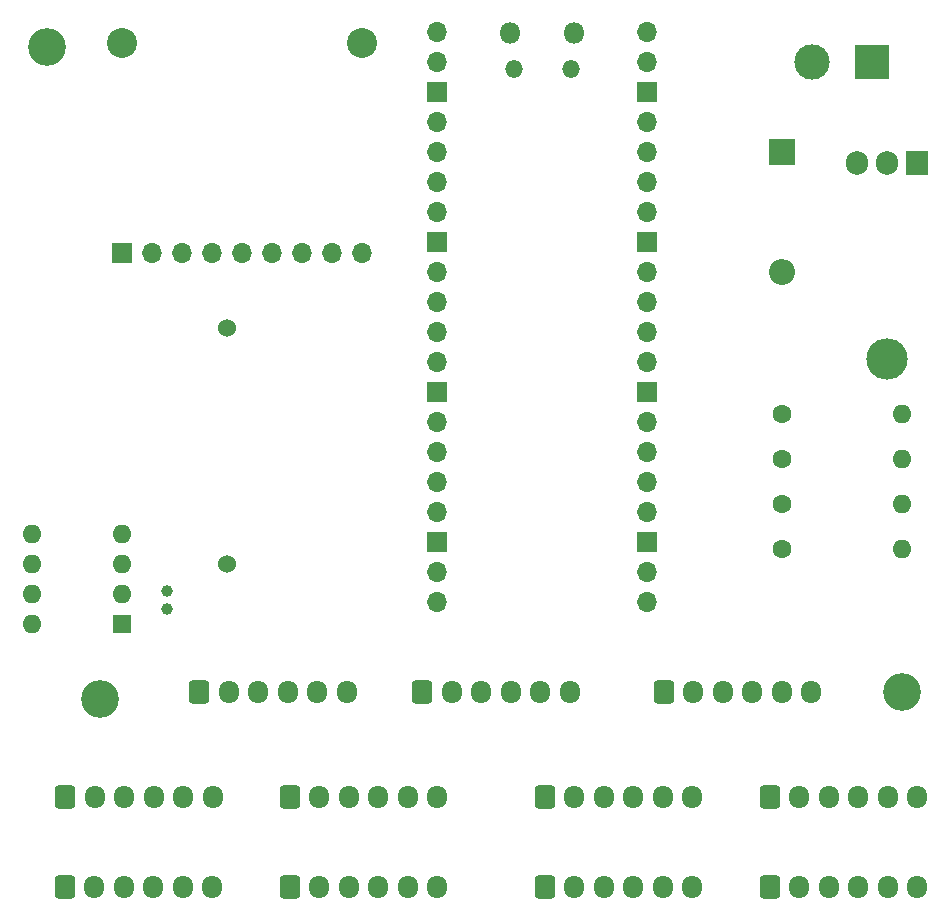
<source format=gbs>
%TF.GenerationSoftware,KiCad,Pcbnew,7.0.7*%
%TF.CreationDate,2023-09-20T10:34:10+01:00*%
%TF.ProjectId,telemetry board,74656c65-6d65-4747-9279-20626f617264,rev?*%
%TF.SameCoordinates,Original*%
%TF.FileFunction,Soldermask,Bot*%
%TF.FilePolarity,Negative*%
%FSLAX46Y46*%
G04 Gerber Fmt 4.6, Leading zero omitted, Abs format (unit mm)*
G04 Created by KiCad (PCBNEW 7.0.7) date 2023-09-20 10:34:10*
%MOMM*%
%LPD*%
G01*
G04 APERTURE LIST*
G04 Aperture macros list*
%AMRoundRect*
0 Rectangle with rounded corners*
0 $1 Rounding radius*
0 $2 $3 $4 $5 $6 $7 $8 $9 X,Y pos of 4 corners*
0 Add a 4 corners polygon primitive as box body*
4,1,4,$2,$3,$4,$5,$6,$7,$8,$9,$2,$3,0*
0 Add four circle primitives for the rounded corners*
1,1,$1+$1,$2,$3*
1,1,$1+$1,$4,$5*
1,1,$1+$1,$6,$7*
1,1,$1+$1,$8,$9*
0 Add four rect primitives between the rounded corners*
20,1,$1+$1,$2,$3,$4,$5,0*
20,1,$1+$1,$4,$5,$6,$7,0*
20,1,$1+$1,$6,$7,$8,$9,0*
20,1,$1+$1,$8,$9,$2,$3,0*%
G04 Aperture macros list end*
%ADD10C,1.524000*%
%ADD11C,1.600000*%
%ADD12O,1.600000X1.600000*%
%ADD13RoundRect,0.250000X-0.600000X-0.725000X0.600000X-0.725000X0.600000X0.725000X-0.600000X0.725000X0*%
%ADD14O,1.700000X1.950000*%
%ADD15O,1.800000X1.800000*%
%ADD16O,1.500000X1.500000*%
%ADD17O,1.700000X1.700000*%
%ADD18R,1.700000X1.700000*%
%ADD19R,1.600000X1.600000*%
%ADD20C,1.000000*%
%ADD21C,2.540000*%
%ADD22R,2.200000X2.200000*%
%ADD23O,2.200000X2.200000*%
%ADD24O,3.500000X3.500000*%
%ADD25R,1.905000X2.000000*%
%ADD26O,1.905000X2.000000*%
%ADD27R,3.000000X3.000000*%
%ADD28C,3.000000*%
%ADD29C,3.200000*%
G04 APERTURE END LIST*
D10*
%TO.C,BT1*%
X110490000Y-80942000D03*
X110490000Y-100942000D03*
%TD*%
D11*
%TO.C,R1*%
X157480000Y-92075000D03*
D12*
X167640000Y-92075000D03*
%TD*%
D13*
%TO.C,J9*%
X137360000Y-120650000D03*
D14*
X139860000Y-120650000D03*
X142360000Y-120650000D03*
X144860000Y-120650000D03*
X147360000Y-120650000D03*
X149860000Y-120650000D03*
%TD*%
D11*
%TO.C,R3*%
X157480000Y-95885000D03*
D12*
X167640000Y-95885000D03*
%TD*%
D15*
%TO.C,U1*%
X134435000Y-56010000D03*
D16*
X134735000Y-59040000D03*
X139585000Y-59040000D03*
D15*
X139885000Y-56010000D03*
D17*
X128270000Y-55880000D03*
X128270000Y-58420000D03*
D18*
X128270000Y-60960000D03*
D17*
X128270000Y-63500000D03*
X128270000Y-66040000D03*
X128270000Y-68580000D03*
X128270000Y-71120000D03*
D18*
X128270000Y-73660000D03*
D17*
X128270000Y-76200000D03*
X128270000Y-78740000D03*
X128270000Y-81280000D03*
X128270000Y-83820000D03*
D18*
X128270000Y-86360000D03*
D17*
X128270000Y-88900000D03*
X128270000Y-91440000D03*
X128270000Y-93980000D03*
X128270000Y-96520000D03*
D18*
X128270000Y-99060000D03*
D17*
X128270000Y-101600000D03*
X128270000Y-104140000D03*
X146050000Y-104140000D03*
X146050000Y-101600000D03*
D18*
X146050000Y-99060000D03*
D17*
X146050000Y-96520000D03*
X146050000Y-93980000D03*
X146050000Y-91440000D03*
X146050000Y-88900000D03*
D18*
X146050000Y-86360000D03*
D17*
X146050000Y-83820000D03*
X146050000Y-81280000D03*
X146050000Y-78740000D03*
X146050000Y-76200000D03*
D18*
X146050000Y-73660000D03*
D17*
X146050000Y-71120000D03*
X146050000Y-68580000D03*
X146050000Y-66040000D03*
X146050000Y-63500000D03*
D18*
X146050000Y-60960000D03*
D17*
X146050000Y-58420000D03*
X146050000Y-55880000D03*
%TD*%
D13*
%TO.C,J7*%
X115770000Y-120650000D03*
D14*
X118270000Y-120650000D03*
X120770000Y-120650000D03*
X123270000Y-120650000D03*
X125770000Y-120650000D03*
X128270000Y-120650000D03*
%TD*%
D13*
%TO.C,J4*%
X127000000Y-111760000D03*
D14*
X129500000Y-111760000D03*
X132000000Y-111760000D03*
X134500000Y-111760000D03*
X137000000Y-111760000D03*
X139500000Y-111760000D03*
%TD*%
D19*
%TO.C,U2*%
X101590000Y-106035000D03*
D12*
X101590000Y-103495000D03*
X101590000Y-100955000D03*
X101590000Y-98415000D03*
X93970000Y-98415000D03*
X93970000Y-100955000D03*
X93970000Y-103495000D03*
X93970000Y-106035000D03*
%TD*%
D13*
%TO.C,J3*%
X108110000Y-111760000D03*
D14*
X110610000Y-111760000D03*
X113110000Y-111760000D03*
X115610000Y-111760000D03*
X118110000Y-111760000D03*
X120610000Y-111760000D03*
%TD*%
D13*
%TO.C,J10*%
X137360000Y-128270000D03*
D14*
X139860000Y-128270000D03*
X142360000Y-128270000D03*
X144860000Y-128270000D03*
X147360000Y-128270000D03*
X149860000Y-128270000D03*
%TD*%
D20*
%TO.C,Y1*%
X105410000Y-104775000D03*
X105410000Y-103275000D03*
%TD*%
D21*
%TO.C,J2*%
X101600000Y-56832500D03*
X121920000Y-56832500D03*
D18*
X101600000Y-74612500D03*
D17*
X104140000Y-74612500D03*
X106680000Y-74612500D03*
X109220000Y-74612500D03*
X111760000Y-74612500D03*
X114300000Y-74612500D03*
X116840000Y-74612500D03*
X119380000Y-74612500D03*
X121920000Y-74612500D03*
%TD*%
D22*
%TO.C,D1*%
X157480000Y-66040000D03*
D23*
X157480000Y-76200000D03*
%TD*%
D11*
%TO.C,R2*%
X157480000Y-88265000D03*
D12*
X167640000Y-88265000D03*
%TD*%
D13*
%TO.C,J11*%
X156410000Y-120650000D03*
D14*
X158910000Y-120650000D03*
X161410000Y-120650000D03*
X163910000Y-120650000D03*
X166410000Y-120650000D03*
X168910000Y-120650000D03*
%TD*%
D13*
%TO.C,J12*%
X156410000Y-128270000D03*
D14*
X158910000Y-128270000D03*
X161410000Y-128270000D03*
X163910000Y-128270000D03*
X166410000Y-128270000D03*
X168910000Y-128270000D03*
%TD*%
D13*
%TO.C,J8*%
X115770000Y-128270000D03*
D14*
X118270000Y-128270000D03*
X120770000Y-128270000D03*
X123270000Y-128270000D03*
X125770000Y-128270000D03*
X128270000Y-128270000D03*
%TD*%
D24*
%TO.C,U3*%
X166370000Y-83630000D03*
D25*
X168910000Y-66970000D03*
D26*
X166370000Y-66970000D03*
X163830000Y-66970000D03*
%TD*%
D11*
%TO.C,R4*%
X157480000Y-99695000D03*
D12*
X167640000Y-99695000D03*
%TD*%
D13*
%TO.C,J6*%
X96720000Y-128270000D03*
D14*
X99220000Y-128270000D03*
X101720000Y-128270000D03*
X104220000Y-128270000D03*
X106720000Y-128270000D03*
X109220000Y-128270000D03*
%TD*%
D27*
%TO.C,J13*%
X165100000Y-58420000D03*
D28*
X160020000Y-58420000D03*
%TD*%
D29*
%TO.C,REF\u002A\u002A*%
X167640000Y-111760000D03*
%TD*%
%TO.C,REF\u002A\u002A*%
X99695000Y-112395000D03*
%TD*%
D13*
%TO.C,J1*%
X147440000Y-111760000D03*
D14*
X149940000Y-111760000D03*
X152440000Y-111760000D03*
X154940000Y-111760000D03*
X157440000Y-111760000D03*
X159940000Y-111760000D03*
%TD*%
D13*
%TO.C,J5*%
X96760000Y-120650000D03*
D14*
X99260000Y-120650000D03*
X101760000Y-120650000D03*
X104260000Y-120650000D03*
X106760000Y-120650000D03*
X109260000Y-120650000D03*
%TD*%
D29*
%TO.C,REF\u002A\u002A*%
X95250000Y-57150000D03*
%TD*%
M02*

</source>
